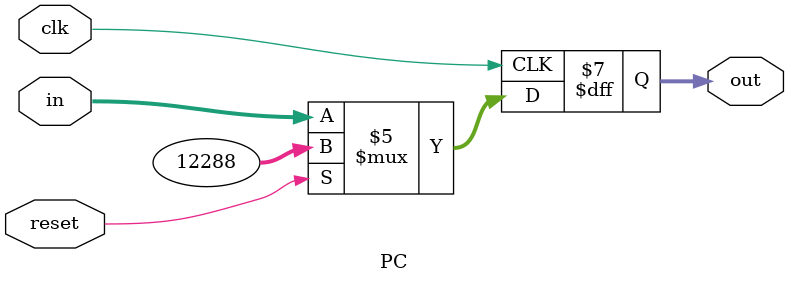
<source format=v>
`timescale 1ns / 1ps
module PC(
    input clk,
    input reset,
    input [31:0] in,
    output reg [31:0] out
    );
initial
	begin
	out <= 32'h0000_3000;
	end
always@(posedge clk)
    begin
    if(reset == 1'b1)
        begin
        out <= 32'h0000_3000;
        end
    else
        begin
        out <= in;
        end
    end
endmodule

</source>
